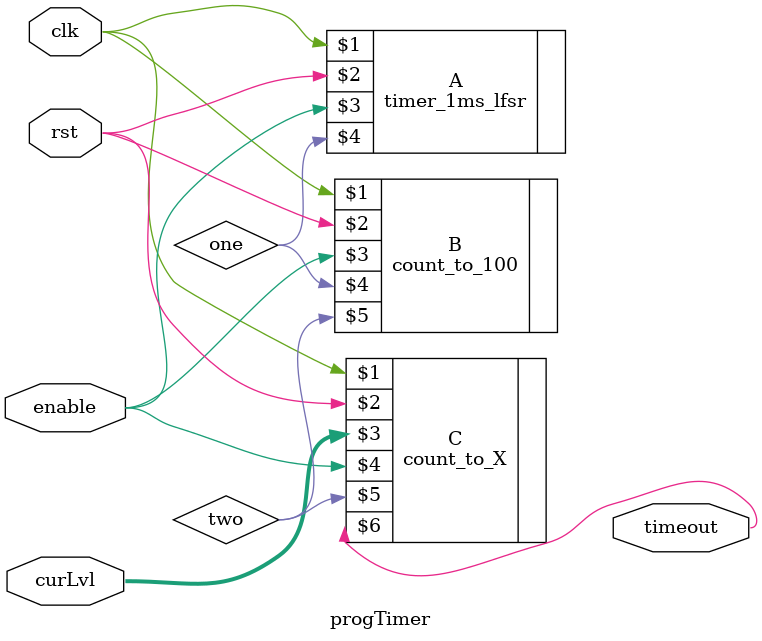
<source format=v>
module progTimer (
    clk,rst, enable, curLvl, timeout
);
    input clk,rst, enable;
    input [2:0] curLvl;
    output timeout;

    wire one, two;
    timer_1ms_lfsr A(clk,rst,enable,one); //generates 1ms
    count_to_100 B(clk,rst,enable,one,two); //generates .1s
    count_to_X C(clk,rst,curLvl, enable, two, timeout); //gens curLvl based timeout
endmodule

</source>
